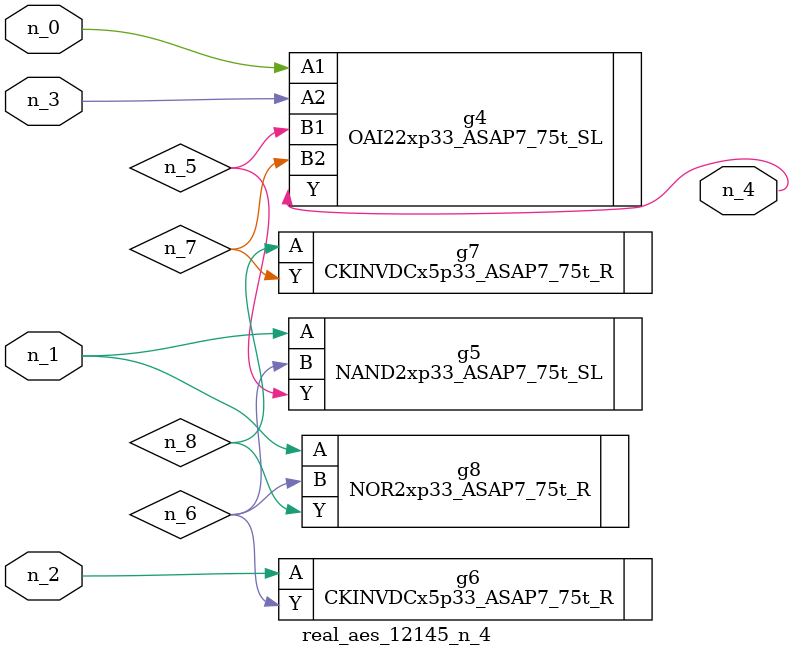
<source format=v>
module real_aes_12145_n_4 (n_0, n_3, n_2, n_1, n_4);
input n_0;
input n_3;
input n_2;
input n_1;
output n_4;
wire n_5;
wire n_7;
wire n_8;
wire n_6;
OAI22xp33_ASAP7_75t_SL g4 ( .A1(n_0), .A2(n_3), .B1(n_5), .B2(n_7), .Y(n_4) );
NAND2xp33_ASAP7_75t_SL g5 ( .A(n_1), .B(n_6), .Y(n_5) );
NOR2xp33_ASAP7_75t_R g8 ( .A(n_1), .B(n_6), .Y(n_8) );
CKINVDCx5p33_ASAP7_75t_R g6 ( .A(n_2), .Y(n_6) );
CKINVDCx5p33_ASAP7_75t_R g7 ( .A(n_8), .Y(n_7) );
endmodule
</source>
